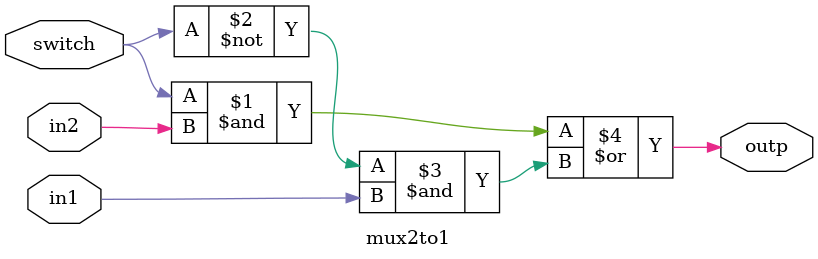
<source format=v>


// LEDR[0] output display

module mux(LEDR, SW);
    input [9:0] SW;
    output [9:0] LEDR;

    mux4to1 u0(
        .u(SW[0]),
        .v(SW[1]),
		  .w(SW[2]),
		  .x(SW[3]),
        .s1(SW[9]),
		  .s0(SW[8]),
        .m(LEDR[0])
        );
endmodule

//4-to-1 multiplexer
module mux4to1(u,v,w,x,s1,s0,m);
	input u,v,w,x,s1,s0;
	output m;
	wire connect1,connect2;
	mux2to1 mux1(u,w,s1,connect1);
	mux2to1 mux2(v,x,s1,connect2);
	mux2to1 mux3(connect1,connect2,s0,m);

endmodule

//2-to-1 multiplexer
module mux2to1(in1, in2, switch, outp);
    input in1; //selected when s1 is 0
    input in2; //selected when s1 is 1
    input switch; //select signal
    output outp; //output

    assign outp = switch & in2 | ~switch & in1;
    // OR
    // assign m = s ? y : x;

endmodule

</source>
